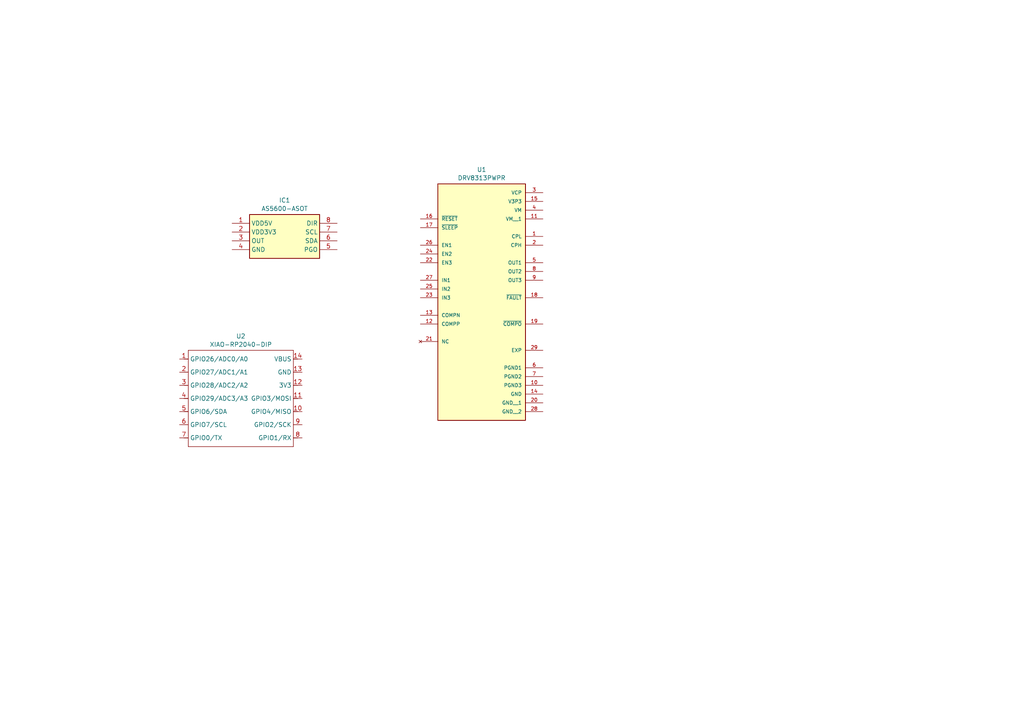
<source format=kicad_sch>
(kicad_sch (version 20250114) (generator "eeschema") (generator_version "9.0")
  (paper "A4")
  (lib_symbols
    (symbol "AS5600-ASOT:AS5600-ASOT"
      (property "Reference" "IC" (at 26.67 7.62 0))
      (property "Value" "AS5600-ASOT" (at 26.67 5.08 0))
      (symbol "AS5600-ASOT_1_1"
        (rectangle (start 5.08 2.54) (end 25.4 -10.16) (stroke (width 0.254)) (fill (type background)))
        (pin passive line (at 0 0 0) (length 5.08) (name "VDD5V") (number "1"))
        (pin passive line (at 0 -2.54 0) (length 5.08) (name "VDD3V3") (number "2"))
        (pin passive line (at 0 -5.08 0) (length 5.08) (name "OUT") (number "3"))
        (pin passive line (at 0 -7.62 0) (length 5.08) (name "GND") (number "4"))
        (pin passive line (at 30.48 0 180) (length 5.08) (name "DIR") (number "8"))
        (pin passive line (at 30.48 -2.54 180) (length 5.08) (name "SCL") (number "7"))
        (pin passive line (at 30.48 -5.08 180) (length 5.08) (name "SDA") (number "6"))
        (pin passive line (at 30.48 -7.62 180) (length 5.08) (name "PGO") (number "5"))
      )
    )
    (symbol "DRV8313PWPR:DRV8313PWPR" (pin_names (offset 1.016))
      (property "Reference" "U" (at -12.7 31.48 0))
      (property "Value" "DRV8313PWPR" (at -12.7 -40.64 0))
      (symbol "DRV8313PWPR_0_0"
        (rectangle (start -12.7 -38.1) (end 12.7 30.48) (stroke (width 0.254)) (fill (type background)))
        (pin input line (at -17.78 20.32 0) (length 5.08) (name "~{RESET}") (number "16"))
        (pin input line (at -17.78 17.78 0) (length 5.08) (name "~{SLEEP}") (number "17"))
        (pin input line (at -17.78 12.7 0) (length 5.08) (name "EN1") (number "26"))
        (pin input line (at -17.78 10.16 0) (length 5.08) (name "EN2") (number "24"))
        (pin input line (at -17.78 7.62 0) (length 5.08) (name "EN3") (number "22"))
        (pin input line (at -17.78 2.54 0) (length 5.08) (name "IN1") (number "27"))
        (pin input line (at -17.78 0 0) (length 5.08) (name "IN2") (number "25"))
        (pin input line (at -17.78 -2.54 0) (length 5.08) (name "IN3") (number "23"))
        (pin input line (at -17.78 -7.62 0) (length 5.08) (name "COMPN") (number "13"))
        (pin input line (at -17.78 -10.16 0) (length 5.08) (name "COMPP") (number "12"))
        (pin no_connect line (at -17.78 -15.24 0) (length 5.08) (name "NC") (number "21"))
        (pin power_in line (at 17.78 27.94 180) (length 5.08) (name "VCP") (number "3"))
        (pin power_in line (at 17.78 25.4 180) (length 5.08) (name "V3P3") (number "15"))
        (pin power_in line (at 17.78 22.86 180) (length 5.08) (name "VM") (number "4"))
        (pin power_in line (at 17.78 20.32 180) (length 5.08) (name "VM__1") (number "11"))
        (pin power_in line (at 17.78 15.24 180) (length 5.08) (name "CPL") (number "1"))
        (pin power_in line (at 17.78 12.7 180) (length 5.08) (name "CPH") (number "2"))
        (pin output line (at 17.78 7.62 180) (length 5.08) (name "OUT1") (number "5"))
        (pin output line (at 17.78 5.08 180) (length 5.08) (name "OUT2") (number "8"))
        (pin output line (at 17.78 2.54 180) (length 5.08) (name "OUT3") (number "9"))
        (pin output line (at 17.78 -2.54 180) (length 5.08) (name "~{FAULT}") (number "18"))
        (pin output line (at 17.78 -10.16 180) (length 5.08) (name "~{COMPO}") (number "19"))
        (pin power_in line (at 17.78 -17.78 180) (length 5.08) (name "EXP") (number "29"))
        (pin power_in line (at 17.78 -22.86 180) (length 5.08) (name "PGND1") (number "6"))
        (pin power_in line (at 17.78 -25.4 180) (length 5.08) (name "PGND2") (number "7"))
        (pin power_in line (at 17.78 -27.94 180) (length 5.08) (name "PGND3") (number "10"))
        (pin power_in line (at 17.78 -30.48 180) (length 5.08) (name "GND") (number "14"))
        (pin power_in line (at 17.78 -33.02 180) (length 5.08) (name "GND__1") (number "20"))
        (pin power_in line (at 17.78 -35.56 180) (length 5.08) (name "GND__2") (number "28"))
      )
    )
    (symbol "Seeed_Studio_XIAO_Series:XIAO-RP2040-DIP"
      (property "Reference" "U" (at 0 0 0))
      (property "Value" "XIAO-RP2040-DIP" (at 5.334 -1.778 0))
      (symbol "XIAO-RP2040-DIP_1_0"
        (polyline (pts (xy -1.27 -2.54) (xy 29.21 -2.54)) (stroke (width 0.1524)))
        (polyline (pts (xy -1.27 -5.08) (xy -2.54 -5.08)) (stroke (width 0.1524)))
        (polyline (pts (xy -1.27 -5.08) (xy -1.27 -2.54)) (stroke (width 0.1524)))
        (polyline (pts (xy -1.27 -8.89) (xy -2.54 -8.89)) (stroke (width 0.1524)))
        (polyline (pts (xy -1.27 -8.89) (xy -1.27 -5.08)) (stroke (width 0.1524)))
        (polyline (pts (xy -1.27 -12.7) (xy -2.54 -12.7)) (stroke (width 0.1524)))
        (polyline (pts (xy -1.27 -12.7) (xy -1.27 -8.89)) (stroke (width 0.1524)))
        (polyline (pts (xy -1.27 -16.51) (xy -2.54 -16.51)) (stroke (width 0.1524)))
        (polyline (pts (xy -1.27 -16.51) (xy -1.27 -12.7)) (stroke (width 0.1524)))
        (polyline (pts (xy -1.27 -20.32) (xy -2.54 -20.32)) (stroke (width 0.1524)))
        (polyline (pts (xy -1.27 -24.13) (xy -2.54 -24.13)) (stroke (width 0.1524)))
        (polyline (pts (xy -1.27 -27.94) (xy -2.54 -27.94)) (stroke (width 0.1524)))
        (polyline (pts (xy -1.27 -30.48) (xy -1.27 -16.51)) (stroke (width 0.1524)))
        (polyline (pts (xy 29.21 -2.54) (xy 29.21 -5.08)) (stroke (width 0.1524)))
        (polyline (pts (xy 29.21 -5.08) (xy 29.21 -8.89)) (stroke (width 0.1524)))
        (polyline (pts (xy 29.21 -8.89) (xy 29.21 -12.7)) (stroke (width 0.1524)))
        (polyline (pts (xy 29.21 -12.7) (xy 29.21 -30.48)) (stroke (width 0.1524)))
        (polyline (pts (xy 29.21 -30.48) (xy -1.27 -30.48)) (stroke (width 0.1524)))
        (polyline (pts (xy 30.48 -5.08) (xy 29.21 -5.08)) (stroke (width 0.1524)))
        (polyline (pts (xy 30.48 -8.89) (xy 29.21 -8.89)) (stroke (width 0.1524)))
        (polyline (pts (xy 30.48 -12.7) (xy 29.21 -12.7)) (stroke (width 0.1524)))
        (polyline (pts (xy 30.48 -16.51) (xy 29.21 -16.51)) (stroke (width 0.1524)))
        (polyline (pts (xy 30.48 -20.32) (xy 29.21 -20.32)) (stroke (width 0.1524)))
        (polyline (pts (xy 30.48 -24.13) (xy 29.21 -24.13)) (stroke (width 0.1524)))
        (polyline (pts (xy 30.48 -27.94) (xy 29.21 -27.94)) (stroke (width 0.1524)))
        (pin passive line (at -3.81 -5.08 0) (length 2.54) (name "GPIO26/ADC0/A0") (number "1"))
        (pin passive line (at -3.81 -8.89 0) (length 2.54) (name "GPIO27/ADC1/A1") (number "2"))
        (pin passive line (at -3.81 -12.7 0) (length 2.54) (name "GPIO28/ADC2/A2") (number "3"))
        (pin passive line (at -3.81 -16.51 0) (length 2.54) (name "GPIO29/ADC3/A3") (number "4"))
        (pin passive line (at -3.81 -20.32 0) (length 2.54) (name "GPIO6/SDA") (number "5"))
        (pin passive line (at -3.81 -24.13 0) (length 2.54) (name "GPIO7/SCL") (number "6"))
        (pin passive line (at -3.81 -27.94 0) (length 2.54) (name "GPIO0/TX") (number "7"))
        (pin passive line (at 31.75 -5.08 180) (length 2.54) (name "VBUS") (number "14"))
        (pin passive line (at 31.75 -8.89 180) (length 2.54) (name "GND") (number "13"))
        (pin passive line (at 31.75 -12.7 180) (length 2.54) (name "3V3") (number "12"))
        (pin passive line (at 31.75 -16.51 180) (length 2.54) (name "GPIO3/MOSI") (number "11"))
        (pin passive line (at 31.75 -20.32 180) (length 2.54) (name "GPIO4/MISO") (number "10"))
        (pin passive line (at 31.75 -24.13 180) (length 2.54) (name "GPIO2/SCK") (number "9"))
        (pin passive line (at 31.75 -27.94 180) (length 2.54) (name "GPIO1/RX") (number "8"))
      )
    )
  )
  (symbol (lib_id "AS5600-ASOT:AS5600-ASOT") (at 67.31 64.77 0) (unit 1)
    (property "Reference" "IC1" (at 82.55 58.0855 0))
    (property "Value" "AS5600-ASOT" (at 82.55 60.5098 0))
    (property "Footprint" "AS5600-ASOT:SOIC127P600X175-8N" (effects (hide yes)))
    (property "Datasheet" "https://datasheet.datasheetarchive.com/originals/distributors/DKDS-11/214624.pdf" (effects (hide yes)))
    (property "Description" "Board Mount Hall Effect / Magnetic Sensors AS5600 Magnetic Sensor 12-Bit" (effects (hide yes)))
    (property "Height" "1.75" (effects (hide yes)))
    (property "Mouser Part Number" "985-AS5600-ASOT" (effects (hide yes)))
    (property "Mouser Price/Stock" "https://www.mouser.co.uk/ProductDetail/ams-OSRAM/AS5600-ASOT?qs=KTMMzrZdriGJpjhsnAEYBA%3D%3D" (effects (hide yes)))
    (property "Manufacturer_Name" "ams OSRAM" (effects (hide yes)))
    (property "Manufacturer_Part_Number" "AS5600-ASOT" (effects (hide yes)))
  )
  (symbol (lib_id "Seeed_Studio_XIAO_Series:XIAO-RP2040-DIP") (at 55.88 99.06 0) (unit 1)
    (property "Reference" "U2" (at 69.85 97.5063 0))
    (property "Value" "XIAO-RP2040-DIP" (at 69.85 99.9306 0))
    (property "Footprint" "Seeed_Studio_XIAO_Series:XIAO-RP2040-DIP" (effects (hide yes)))
  )
  (symbol (lib_id "DRV8313PWPR:DRV8313PWPR") (at 139.7 83.82 0) (unit 1)
    (property "Reference" "U1" (at 139.7 49.1955 0))
    (property "Value" "DRV8313PWPR" (at 139.7 51.6198 0))
    (property "Footprint" "DRV8313PWPR:SOP65P640X120-29N" (effects (hide yes)))
    (property "PARTREV" "D" (effects (hide yes)))
    (property "STANDARD" "Manufacturer Recommendations" (effects (hide yes)))
    (property "SNAPEDA_PACKAGE_ID" "102627" (effects (hide yes)))
    (property "MAXIMUM_PACKAGE_HEIGHT" "1.2 mm" (effects (hide yes)))
    (property "MANUFACTURER" "Texas Instruments" (effects (hide yes)))
  )
)
</source>
